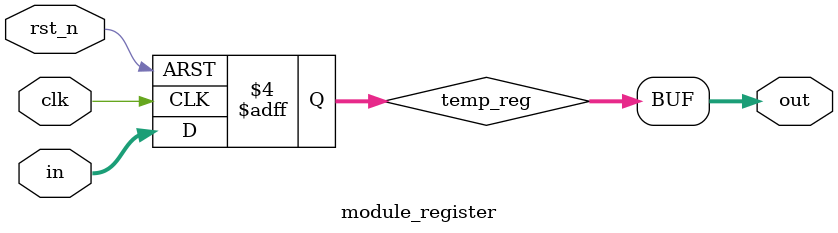
<source format=v>
`timescale 1ns / 1ps


module module_top(
    input clk_A,
    input clk_B,
    input clk_F,
    input [31:0]in,
    input rst_n,
    output [3:0] Flags,
    output [31:0] result_F
    );
    wire [31:0] A;
    wire [31:0] B;
    wire [31:0] F;
    //µ÷ÓÃ¼Ä´æÆ÷AºÍ¼Ä´æÆ÷B
    module_register regA(.clk(clk_A),.in(in),.rst_n(rst_n),.out(A));
    module_register regB(.clk(clk_B),.in(in),.rst_n(rst_n),.out(B));
    module_register regF(.clk(clk_F),.in(F),.rst_n(rst_n),.out(result_F));
    //µ÷ÓÃ¶à¹¦ÄÜALUÄ£¿é£¨°üÀ¨AÓëBµÄÔËËã£¬ºÍ±êÖ¾Î»µÄÉú³É£©
    module_alu alu(A,B,in[3:0],F,Flags[0],Flags[1],Flags[2],Flags[3]);
    


endmodule

module module_alu(
    input [31:0]ALU_A,
    input [31:0]ALU_B,
    input [3:0]ALU_OP,
    output [31:0]F,
    output ZF,
    output SF,
    output CF,
    output OF
    );
    integer i;
    reg [31:0]sum;
    reg is_add;
    reg C32;
    reg [31:0] ALU_F;
    reg Flags[3:0];
    // 0000:A+B
    // 0001:A<<B
    // 0010:ÓÐ·ûºÅÊý±È½Ï(A<B) ?1 :0
    // 0011:ÎÞ·ûºÅÊý±È½Ï(A<B) ? 1 : 0
    // 0100:A^B
    // 0101:Âß¼­ÓÒÒÆ:A<<<B£¬¸ßÎ»²¹0
    // 0110:°´Î»»ò:A | B
    // 0111: A & B
    // 1000:A-B
    // 1101:ËãÊýÓÒÒÆA>>B
    always@(*)begin
    sum = 32'b0;
    case(ALU_OP)
        4'b0000:begin {C32,ALU_F} = ALU_A + ALU_B;end
        4'b0001:begin {C32,ALU_F} = ALU_A << ALU_B;end
        4'b0010:begin {C32,ALU_F} = $signed(ALU_A) < $signed(ALU_B) ? 1 : 0;end
        4'b0011:begin {C32,ALU_F} = ALU_A < ALU_B ? 1 : 0;end
        4'b0100:begin {C32,ALU_F} = ALU_A ^ ALU_B;end
        4'b0101:begin {C32,ALU_F} = ALU_A >> ALU_B;end
        4'b0110:begin {C32,ALU_F} = ALU_A | ALU_B;end
        4'b0111:begin {C32,ALU_F} = ALU_A & ALU_B;end
        4'b1000:begin {C32,ALU_F} = ALU_A - ALU_B;end
        4'b1101:begin {C32,ALU_F} = ALU_A >>> ALU_B;end
    endcase
    
    for(i=0;i<=31;i=i+1)begin
        sum = sum | ALU_F[i];
    end
    
    if(sum == 0) begin Flags[0] = 1; 
    end else Flags[0] = 0;
    
    is_add = (ALU_OP == 4'b0000)?1:0;
    Flags[1] = (~is_add & C32) + (is_add & C32);
    
    Flags[2] = ALU_A[31]^ALU_B[31]^C32^ALU_F[31];
    
    Flags[3] = ALU_F[31];
    end
    
    assign ZF = Flags[0];
    assign CF = Flags[1];
    assign OF = Flags[2];
    assign SF = Flags[3];
    assign F = ALU_F;

endmodule

module module_register(
    input[31:0] in,
    input clk,
    input rst_n,
    output [31:0] out
    );
    reg [31:0] temp_reg;
    always@(negedge rst_n or posedge clk)
    begin
        if(!rst_n)
            temp_reg <= 32'b0;
        else
            temp_reg <= in;
    end
    assign out = temp_reg;
endmodule

//module ShowNum(
//	input clk_25M,
//	input [31:0] F,
//	output reg [7:0]seg,
//	output reg [3:0]AN
//	);
//	parameter count=10000;
//	reg [31:0] clk_num;
//	reg [3:0] digit;
//	reg [2:0] which;
	
//	initial
//	begin
//		clk_num=0;
//		which=0;
//		digit=0;
//	end
	
//	always@(posedge clk_25M)
//	begin
//		if(clk_num<count)
//		begin clk_num<=clk_num+1;end
//		else
//		begin 
//			clk_num<=0;
//			which<=which+3'b001;
//			case(which)
//				0: begin digit<=F[3:0];end
//				1: begin digit<=F[7:4];end
//				2: begin digit<=F[11:8];end
//				3: begin digit<=F[15:12];end
//				4: begin digit<=F[19:16];end
//				5: begin digit<=F[23:20];end
//				6: begin digit<=F[27:24];end
//				7: begin digit<=F[31:28];end
//			endcase
//		end
//	end

	
//	always@(digit,which)
//	begin
//		case(which)
//			1: begin AN=4'b1111;end
//			2: begin AN=4'b1110;end
//			3: begin AN=4'b1101;end
//			4: begin AN=4'b1100;end
//			5: begin AN=4'b1011;end
//			6: begin AN=4'b1010;end
//			7: begin AN=4'b1001;end
//			0: begin AN=4'b1000;end
//			default:AN=4'bzzzz;
//		endcase
//		case(digit)
//				0:seg[7:0]=8'b00000011;
//				1:seg[7:0]=8'b10011111;
//				2:seg[7:0]=8'b00100101;
//				3:seg[7:0]=8'b00001101;
//				4:seg[7:0]=8'b10011001;
//				5:seg[7:0]=8'b01001001;
//				6:seg[7:0]=8'b01000001;
//				7:seg[7:0]=8'b00011111;
//				8:seg[7:0]=8'b00000001;
//				9:seg[7:0]=8'b00001001;	
//				10:seg[7:0]=8'b00010001;
//				11:seg[7:0]=8'b11000001;
//				12:seg[7:0]=8'b01100011;
//				13:seg[7:0]=8'b10000101;
//				14:seg[7:0]=8'b01100001;
//				15:seg[7:0]=8'b01110001;
//				default:seg[7:0]=8'b11111111;
//		endcase
//	end
//endmodule
</source>
